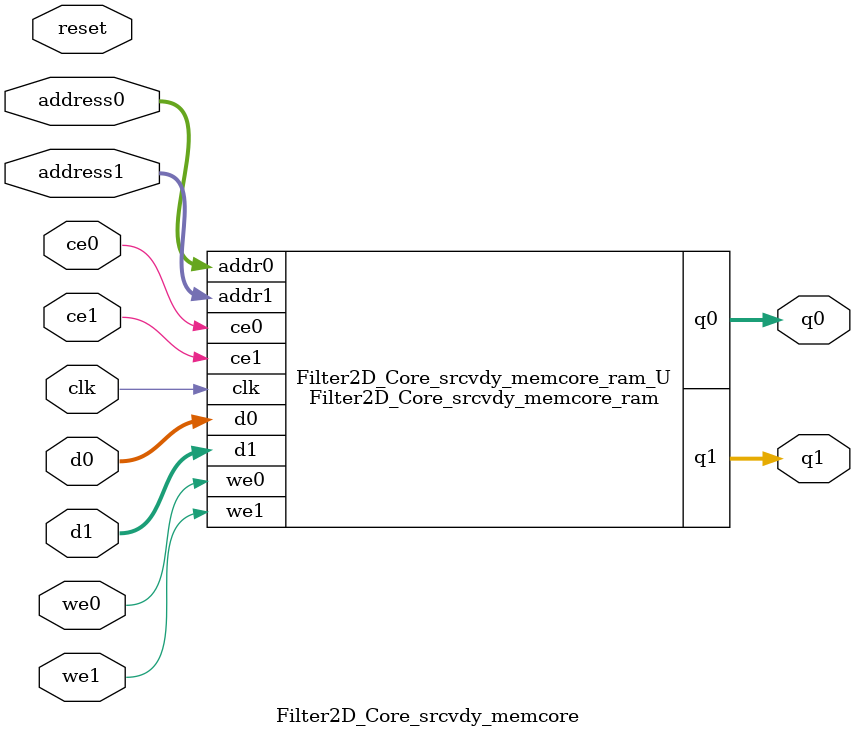
<source format=v>

`timescale 1 ns / 1 ps
module Filter2D_Core_srcvdy_memcore_ram (addr0, ce0, d0, we0, q0, addr1, ce1, d1, we1, q1,  clk);

parameter DWIDTH = 8;
parameter AWIDTH = 17;
parameter MEM_SIZE = 131072;

input[AWIDTH-1:0] addr0;
input ce0;
input[DWIDTH-1:0] d0;
input we0;
output reg[DWIDTH-1:0] q0;
input[AWIDTH-1:0] addr1;
input ce1;
input[DWIDTH-1:0] d1;
input we1;
output reg[DWIDTH-1:0] q1;
input clk;

(* ram_style = "block" *)reg [DWIDTH-1:0] ram[0:MEM_SIZE-1];




always @(posedge clk)  
begin 
    if (ce0) 
    begin
        if (we0) 
        begin 
            ram[addr0] <= d0; 
            q0 <= d0;
        end 
        else 
            q0 <= ram[addr0];
    end
end


always @(posedge clk)  
begin 
    if (ce1) 
    begin
        if (we1) 
        begin 
            ram[addr1] <= d1; 
            q1 <= d1;
        end 
        else 
            q1 <= ram[addr1];
    end
end


endmodule


`timescale 1 ns / 1 ps
module Filter2D_Core_srcvdy_memcore(
    reset,
    clk,
    address0,
    ce0,
    we0,
    d0,
    q0,
    address1,
    ce1,
    we1,
    d1,
    q1);

parameter DataWidth = 32'd8;
parameter AddressRange = 32'd131072;
parameter AddressWidth = 32'd17;
input reset;
input clk;
input[AddressWidth - 1:0] address0;
input ce0;
input we0;
input[DataWidth - 1:0] d0;
output[DataWidth - 1:0] q0;
input[AddressWidth - 1:0] address1;
input ce1;
input we1;
input[DataWidth - 1:0] d1;
output[DataWidth - 1:0] q1;



Filter2D_Core_srcvdy_memcore_ram Filter2D_Core_srcvdy_memcore_ram_U(
    .clk( clk ),
    .addr0( address0 ),
    .ce0( ce0 ),
    .we0( we0 ),
    .d0( d0 ),
    .q0( q0 ),
    .addr1( address1 ),
    .ce1( ce1 ),
    .we1( we1 ),
    .d1( d1 ),
    .q1( q1 ));

endmodule


</source>
